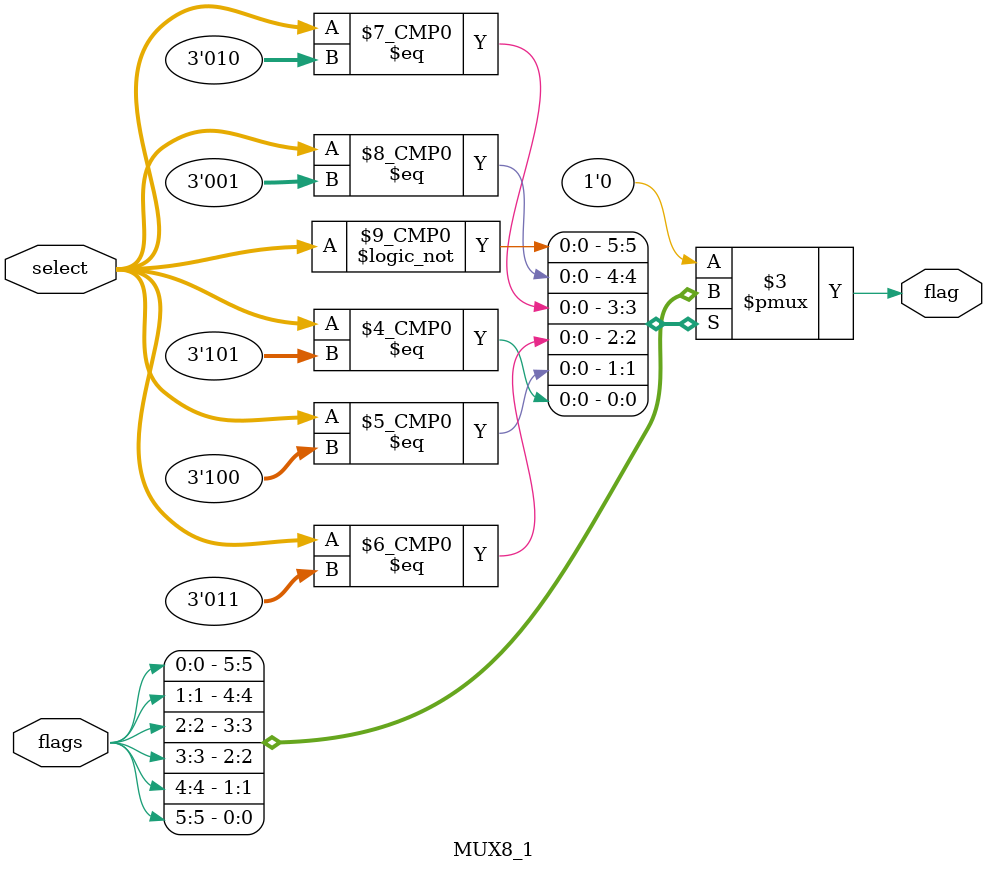
<source format=v>
module MUX8_1(
    input [5:0] flags,
    input [2:0] select,
    output reg flag);

/*
BEQ = 0
BNE = 1
BLT = 2
BGE = 3
BLTU = 4
BGEU = 5 
default = 8
*/
parameter BEQ = 0, BNE = 1, BLT = 2, BGE = 3, BLTU = 4, BGEU = 5 ;

always @(*)begin
    case (select)
        BEQ:  
            flag <= flags[BEQ];
        BNE:  
            flag <= flags[BNE];
        BLT:  
            flag <= flags[BLT];
        BGE:  
            flag <= flags[BGE];
        BLTU:  
            flag <= flags[BLTU];
        BGEU:  
            flag <= flags[BGEU];
        
        default: flag <= 8;  //mudar para 0
    endcase
end


endmodule
</source>
